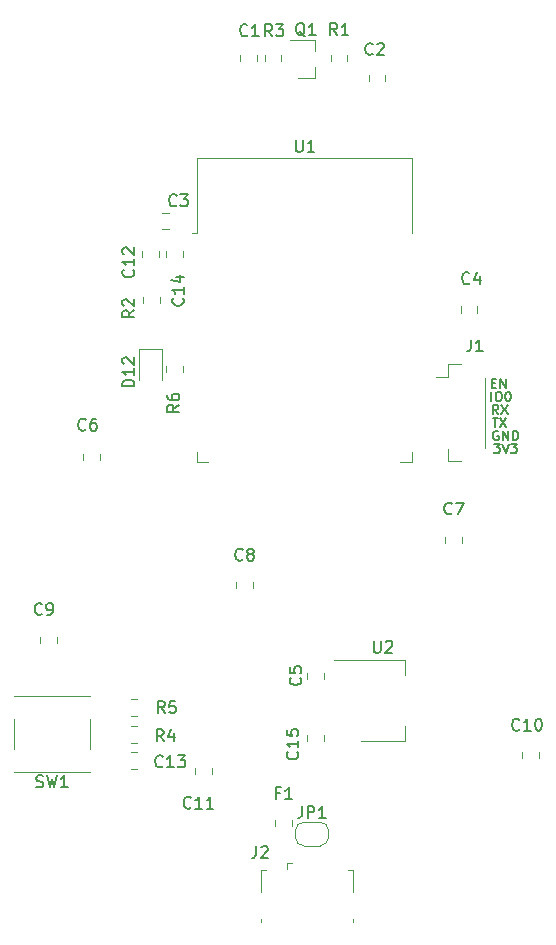
<source format=gbr>
G04 #@! TF.GenerationSoftware,KiCad,Pcbnew,(5.1.5)-3*
G04 #@! TF.CreationDate,2020-12-18T10:23:58+02:00*
G04 #@! TF.ProjectId,voltlog christmas tree,766f6c74-6c6f-4672-9063-68726973746d,rev?*
G04 #@! TF.SameCoordinates,Original*
G04 #@! TF.FileFunction,Legend,Top*
G04 #@! TF.FilePolarity,Positive*
%FSLAX46Y46*%
G04 Gerber Fmt 4.6, Leading zero omitted, Abs format (unit mm)*
G04 Created by KiCad (PCBNEW (5.1.5)-3) date 2020-12-18 10:23:59*
%MOMM*%
%LPD*%
G04 APERTURE LIST*
%ADD10C,0.150000*%
%ADD11C,0.120000*%
G04 APERTURE END LIST*
D10*
X154809523Y-100861904D02*
X155304761Y-100861904D01*
X155038095Y-101166666D01*
X155152380Y-101166666D01*
X155228571Y-101204761D01*
X155266666Y-101242857D01*
X155304761Y-101319047D01*
X155304761Y-101509523D01*
X155266666Y-101585714D01*
X155228571Y-101623809D01*
X155152380Y-101661904D01*
X154923809Y-101661904D01*
X154847619Y-101623809D01*
X154809523Y-101585714D01*
X155533333Y-100861904D02*
X155800000Y-101661904D01*
X156066666Y-100861904D01*
X156257142Y-100861904D02*
X156752380Y-100861904D01*
X156485714Y-101166666D01*
X156600000Y-101166666D01*
X156676190Y-101204761D01*
X156714285Y-101242857D01*
X156752380Y-101319047D01*
X156752380Y-101509523D01*
X156714285Y-101585714D01*
X156676190Y-101623809D01*
X156600000Y-101661904D01*
X156371428Y-101661904D01*
X156295238Y-101623809D01*
X156257142Y-101585714D01*
X155190476Y-99800000D02*
X155114285Y-99761904D01*
X155000000Y-99761904D01*
X154885714Y-99800000D01*
X154809523Y-99876190D01*
X154771428Y-99952380D01*
X154733333Y-100104761D01*
X154733333Y-100219047D01*
X154771428Y-100371428D01*
X154809523Y-100447619D01*
X154885714Y-100523809D01*
X155000000Y-100561904D01*
X155076190Y-100561904D01*
X155190476Y-100523809D01*
X155228571Y-100485714D01*
X155228571Y-100219047D01*
X155076190Y-100219047D01*
X155571428Y-100561904D02*
X155571428Y-99761904D01*
X156028571Y-100561904D01*
X156028571Y-99761904D01*
X156409523Y-100561904D02*
X156409523Y-99761904D01*
X156600000Y-99761904D01*
X156714285Y-99800000D01*
X156790476Y-99876190D01*
X156828571Y-99952380D01*
X156866666Y-100104761D01*
X156866666Y-100219047D01*
X156828571Y-100371428D01*
X156790476Y-100447619D01*
X156714285Y-100523809D01*
X156600000Y-100561904D01*
X156409523Y-100561904D01*
X154690476Y-98661904D02*
X155147619Y-98661904D01*
X154919047Y-99461904D02*
X154919047Y-98661904D01*
X155338095Y-98661904D02*
X155871428Y-99461904D01*
X155871428Y-98661904D02*
X155338095Y-99461904D01*
X155166666Y-98361904D02*
X154900000Y-97980952D01*
X154709523Y-98361904D02*
X154709523Y-97561904D01*
X155014285Y-97561904D01*
X155090476Y-97600000D01*
X155128571Y-97638095D01*
X155166666Y-97714285D01*
X155166666Y-97828571D01*
X155128571Y-97904761D01*
X155090476Y-97942857D01*
X155014285Y-97980952D01*
X154709523Y-97980952D01*
X155433333Y-97561904D02*
X155966666Y-98361904D01*
X155966666Y-97561904D02*
X155433333Y-98361904D01*
X154600000Y-97261904D02*
X154600000Y-96461904D01*
X155133333Y-96461904D02*
X155285714Y-96461904D01*
X155361904Y-96500000D01*
X155438095Y-96576190D01*
X155476190Y-96728571D01*
X155476190Y-96995238D01*
X155438095Y-97147619D01*
X155361904Y-97223809D01*
X155285714Y-97261904D01*
X155133333Y-97261904D01*
X155057142Y-97223809D01*
X154980952Y-97147619D01*
X154942857Y-96995238D01*
X154942857Y-96728571D01*
X154980952Y-96576190D01*
X155057142Y-96500000D01*
X155133333Y-96461904D01*
X155971428Y-96461904D02*
X156047619Y-96461904D01*
X156123809Y-96500000D01*
X156161904Y-96538095D01*
X156200000Y-96614285D01*
X156238095Y-96766666D01*
X156238095Y-96957142D01*
X156200000Y-97109523D01*
X156161904Y-97185714D01*
X156123809Y-97223809D01*
X156047619Y-97261904D01*
X155971428Y-97261904D01*
X155895238Y-97223809D01*
X155857142Y-97185714D01*
X155819047Y-97109523D01*
X155780952Y-96957142D01*
X155780952Y-96766666D01*
X155819047Y-96614285D01*
X155857142Y-96538095D01*
X155895238Y-96500000D01*
X155971428Y-96461904D01*
X154609523Y-95742857D02*
X154876190Y-95742857D01*
X154990476Y-96161904D02*
X154609523Y-96161904D01*
X154609523Y-95361904D01*
X154990476Y-95361904D01*
X155333333Y-96161904D02*
X155333333Y-95361904D01*
X155790476Y-96161904D01*
X155790476Y-95361904D01*
D11*
X140410000Y-120758578D02*
X140410000Y-120241422D01*
X138990000Y-120758578D02*
X138990000Y-120241422D01*
X154010000Y-95310000D02*
X154010000Y-101190000D01*
X150890000Y-102360000D02*
X150890000Y-101310000D01*
X152040000Y-102360000D02*
X150890000Y-102360000D01*
X150890000Y-95190000D02*
X149900000Y-95190000D01*
X150890000Y-94140000D02*
X150890000Y-95190000D01*
X152040000Y-94140000D02*
X150890000Y-94140000D01*
X137300000Y-136387500D02*
X137300000Y-136837500D01*
X137300000Y-136387500D02*
X137750000Y-136387500D01*
X142900000Y-136937500D02*
X142450000Y-136937500D01*
X142900000Y-138787500D02*
X142900000Y-136937500D01*
X135100000Y-141337500D02*
X135100000Y-141087500D01*
X142900000Y-141337500D02*
X142900000Y-141087500D01*
X135100000Y-138787500D02*
X135100000Y-136937500D01*
X135100000Y-136937500D02*
X135550000Y-136937500D01*
X141300000Y-119190000D02*
X147310000Y-119190000D01*
X143550000Y-126010000D02*
X147310000Y-126010000D01*
X147310000Y-119190000D02*
X147310000Y-120450000D01*
X147310000Y-126010000D02*
X147310000Y-124750000D01*
X129630000Y-83055000D02*
X129250000Y-83055000D01*
X129630000Y-76635000D02*
X129630000Y-83055000D01*
X147870000Y-76635000D02*
X147870000Y-83055000D01*
X129630000Y-76635000D02*
X147870000Y-76635000D01*
X147870000Y-102380000D02*
X146870000Y-102380000D01*
X147870000Y-101600000D02*
X147870000Y-102380000D01*
X129630000Y-102380000D02*
X130630000Y-102380000D01*
X129630000Y-101600000D02*
X129630000Y-102380000D01*
X120630000Y-122220000D02*
X114170000Y-122220000D01*
X120630000Y-126750000D02*
X120630000Y-124150000D01*
X120630000Y-128680000D02*
X114170000Y-128680000D01*
X114170000Y-126750000D02*
X114170000Y-124150000D01*
X120630000Y-128650000D02*
X120630000Y-128680000D01*
X120630000Y-122220000D02*
X120630000Y-122250000D01*
X114170000Y-122220000D02*
X114170000Y-122250000D01*
X114170000Y-128680000D02*
X114170000Y-128650000D01*
X127040000Y-94241422D02*
X127040000Y-94758578D01*
X128460000Y-94241422D02*
X128460000Y-94758578D01*
X124041422Y-126210000D02*
X124558578Y-126210000D01*
X124041422Y-124790000D02*
X124558578Y-124790000D01*
X124558578Y-122490000D02*
X124041422Y-122490000D01*
X124558578Y-123910000D02*
X124041422Y-123910000D01*
X135390000Y-67941422D02*
X135390000Y-68458578D01*
X136810000Y-67941422D02*
X136810000Y-68458578D01*
X125090000Y-88441422D02*
X125090000Y-88958578D01*
X126510000Y-88441422D02*
X126510000Y-88958578D01*
X140990000Y-67941422D02*
X140990000Y-68458578D01*
X142410000Y-67941422D02*
X142410000Y-68458578D01*
X139660000Y-69880000D02*
X138200000Y-69880000D01*
X139660000Y-66720000D02*
X137500000Y-66720000D01*
X139660000Y-66720000D02*
X139660000Y-67650000D01*
X139660000Y-69880000D02*
X139660000Y-68950000D01*
X138700000Y-132900000D02*
X140100000Y-132900000D01*
X140800000Y-133600000D02*
X140800000Y-134200000D01*
X140100000Y-134900000D02*
X138700000Y-134900000D01*
X138000000Y-134200000D02*
X138000000Y-133600000D01*
X138000000Y-133600000D02*
G75*
G02X138700000Y-132900000I700000J0D01*
G01*
X138700000Y-134900000D02*
G75*
G02X138000000Y-134200000I0J700000D01*
G01*
X140800000Y-134200000D02*
G75*
G02X140100000Y-134900000I-700000J0D01*
G01*
X140100000Y-132900000D02*
G75*
G02X140800000Y-133600000I0J-700000D01*
G01*
X136290000Y-132741422D02*
X136290000Y-133258578D01*
X137710000Y-132741422D02*
X137710000Y-133258578D01*
X124790000Y-92815000D02*
X124790000Y-95500000D01*
X126710000Y-92815000D02*
X124790000Y-92815000D01*
X126710000Y-95500000D02*
X126710000Y-92815000D01*
X138990000Y-125541422D02*
X138990000Y-126058578D01*
X140410000Y-125541422D02*
X140410000Y-126058578D01*
X128460000Y-85058578D02*
X128460000Y-84541422D01*
X127040000Y-85058578D02*
X127040000Y-84541422D01*
X124558578Y-126990000D02*
X124041422Y-126990000D01*
X124558578Y-128410000D02*
X124041422Y-128410000D01*
X126460000Y-85058578D02*
X126460000Y-84541422D01*
X125040000Y-85058578D02*
X125040000Y-84541422D01*
X129490000Y-128341422D02*
X129490000Y-128858578D01*
X130910000Y-128341422D02*
X130910000Y-128858578D01*
X157190000Y-126941422D02*
X157190000Y-127458578D01*
X158610000Y-126941422D02*
X158610000Y-127458578D01*
X116390000Y-117241422D02*
X116390000Y-117758578D01*
X117810000Y-117241422D02*
X117810000Y-117758578D01*
X132990000Y-112541422D02*
X132990000Y-113058578D01*
X134410000Y-112541422D02*
X134410000Y-113058578D01*
X150690000Y-108741422D02*
X150690000Y-109258578D01*
X152110000Y-108741422D02*
X152110000Y-109258578D01*
X120040000Y-101741422D02*
X120040000Y-102258578D01*
X121460000Y-101741422D02*
X121460000Y-102258578D01*
X151990000Y-89241422D02*
X151990000Y-89758578D01*
X153410000Y-89241422D02*
X153410000Y-89758578D01*
X127258578Y-81290000D02*
X126741422Y-81290000D01*
X127258578Y-82710000D02*
X126741422Y-82710000D01*
X145610000Y-70158578D02*
X145610000Y-69641422D01*
X144190000Y-70158578D02*
X144190000Y-69641422D01*
X133290000Y-67941422D02*
X133290000Y-68458578D01*
X134710000Y-67941422D02*
X134710000Y-68458578D01*
D10*
X138407142Y-120666666D02*
X138454761Y-120714285D01*
X138502380Y-120857142D01*
X138502380Y-120952380D01*
X138454761Y-121095238D01*
X138359523Y-121190476D01*
X138264285Y-121238095D01*
X138073809Y-121285714D01*
X137930952Y-121285714D01*
X137740476Y-121238095D01*
X137645238Y-121190476D01*
X137550000Y-121095238D01*
X137502380Y-120952380D01*
X137502380Y-120857142D01*
X137550000Y-120714285D01*
X137597619Y-120666666D01*
X137502380Y-119761904D02*
X137502380Y-120238095D01*
X137978571Y-120285714D01*
X137930952Y-120238095D01*
X137883333Y-120142857D01*
X137883333Y-119904761D01*
X137930952Y-119809523D01*
X137978571Y-119761904D01*
X138073809Y-119714285D01*
X138311904Y-119714285D01*
X138407142Y-119761904D01*
X138454761Y-119809523D01*
X138502380Y-119904761D01*
X138502380Y-120142857D01*
X138454761Y-120238095D01*
X138407142Y-120285714D01*
X152866666Y-92052380D02*
X152866666Y-92766666D01*
X152819047Y-92909523D01*
X152723809Y-93004761D01*
X152580952Y-93052380D01*
X152485714Y-93052380D01*
X153866666Y-93052380D02*
X153295238Y-93052380D01*
X153580952Y-93052380D02*
X153580952Y-92052380D01*
X153485714Y-92195238D01*
X153390476Y-92290476D01*
X153295238Y-92338095D01*
X134666666Y-134952380D02*
X134666666Y-135666666D01*
X134619047Y-135809523D01*
X134523809Y-135904761D01*
X134380952Y-135952380D01*
X134285714Y-135952380D01*
X135095238Y-135047619D02*
X135142857Y-135000000D01*
X135238095Y-134952380D01*
X135476190Y-134952380D01*
X135571428Y-135000000D01*
X135619047Y-135047619D01*
X135666666Y-135142857D01*
X135666666Y-135238095D01*
X135619047Y-135380952D01*
X135047619Y-135952380D01*
X135666666Y-135952380D01*
X144638095Y-117552380D02*
X144638095Y-118361904D01*
X144685714Y-118457142D01*
X144733333Y-118504761D01*
X144828571Y-118552380D01*
X145019047Y-118552380D01*
X145114285Y-118504761D01*
X145161904Y-118457142D01*
X145209523Y-118361904D01*
X145209523Y-117552380D01*
X145638095Y-117647619D02*
X145685714Y-117600000D01*
X145780952Y-117552380D01*
X146019047Y-117552380D01*
X146114285Y-117600000D01*
X146161904Y-117647619D01*
X146209523Y-117742857D01*
X146209523Y-117838095D01*
X146161904Y-117980952D01*
X145590476Y-118552380D01*
X146209523Y-118552380D01*
X138038095Y-75152380D02*
X138038095Y-75961904D01*
X138085714Y-76057142D01*
X138133333Y-76104761D01*
X138228571Y-76152380D01*
X138419047Y-76152380D01*
X138514285Y-76104761D01*
X138561904Y-76057142D01*
X138609523Y-75961904D01*
X138609523Y-75152380D01*
X139609523Y-76152380D02*
X139038095Y-76152380D01*
X139323809Y-76152380D02*
X139323809Y-75152380D01*
X139228571Y-75295238D01*
X139133333Y-75390476D01*
X139038095Y-75438095D01*
X116066666Y-129904761D02*
X116209523Y-129952380D01*
X116447619Y-129952380D01*
X116542857Y-129904761D01*
X116590476Y-129857142D01*
X116638095Y-129761904D01*
X116638095Y-129666666D01*
X116590476Y-129571428D01*
X116542857Y-129523809D01*
X116447619Y-129476190D01*
X116257142Y-129428571D01*
X116161904Y-129380952D01*
X116114285Y-129333333D01*
X116066666Y-129238095D01*
X116066666Y-129142857D01*
X116114285Y-129047619D01*
X116161904Y-129000000D01*
X116257142Y-128952380D01*
X116495238Y-128952380D01*
X116638095Y-129000000D01*
X116971428Y-128952380D02*
X117209523Y-129952380D01*
X117400000Y-129238095D01*
X117590476Y-129952380D01*
X117828571Y-128952380D01*
X118733333Y-129952380D02*
X118161904Y-129952380D01*
X118447619Y-129952380D02*
X118447619Y-128952380D01*
X118352380Y-129095238D01*
X118257142Y-129190476D01*
X118161904Y-129238095D01*
X128152380Y-97566666D02*
X127676190Y-97900000D01*
X128152380Y-98138095D02*
X127152380Y-98138095D01*
X127152380Y-97757142D01*
X127200000Y-97661904D01*
X127247619Y-97614285D01*
X127342857Y-97566666D01*
X127485714Y-97566666D01*
X127580952Y-97614285D01*
X127628571Y-97661904D01*
X127676190Y-97757142D01*
X127676190Y-98138095D01*
X127152380Y-96709523D02*
X127152380Y-96900000D01*
X127200000Y-96995238D01*
X127247619Y-97042857D01*
X127390476Y-97138095D01*
X127580952Y-97185714D01*
X127961904Y-97185714D01*
X128057142Y-97138095D01*
X128104761Y-97090476D01*
X128152380Y-96995238D01*
X128152380Y-96804761D01*
X128104761Y-96709523D01*
X128057142Y-96661904D01*
X127961904Y-96614285D01*
X127723809Y-96614285D01*
X127628571Y-96661904D01*
X127580952Y-96709523D01*
X127533333Y-96804761D01*
X127533333Y-96995238D01*
X127580952Y-97090476D01*
X127628571Y-97138095D01*
X127723809Y-97185714D01*
X126933333Y-123652380D02*
X126600000Y-123176190D01*
X126361904Y-123652380D02*
X126361904Y-122652380D01*
X126742857Y-122652380D01*
X126838095Y-122700000D01*
X126885714Y-122747619D01*
X126933333Y-122842857D01*
X126933333Y-122985714D01*
X126885714Y-123080952D01*
X126838095Y-123128571D01*
X126742857Y-123176190D01*
X126361904Y-123176190D01*
X127838095Y-122652380D02*
X127361904Y-122652380D01*
X127314285Y-123128571D01*
X127361904Y-123080952D01*
X127457142Y-123033333D01*
X127695238Y-123033333D01*
X127790476Y-123080952D01*
X127838095Y-123128571D01*
X127885714Y-123223809D01*
X127885714Y-123461904D01*
X127838095Y-123557142D01*
X127790476Y-123604761D01*
X127695238Y-123652380D01*
X127457142Y-123652380D01*
X127361904Y-123604761D01*
X127314285Y-123557142D01*
X126833333Y-126052380D02*
X126500000Y-125576190D01*
X126261904Y-126052380D02*
X126261904Y-125052380D01*
X126642857Y-125052380D01*
X126738095Y-125100000D01*
X126785714Y-125147619D01*
X126833333Y-125242857D01*
X126833333Y-125385714D01*
X126785714Y-125480952D01*
X126738095Y-125528571D01*
X126642857Y-125576190D01*
X126261904Y-125576190D01*
X127690476Y-125385714D02*
X127690476Y-126052380D01*
X127452380Y-125004761D02*
X127214285Y-125719047D01*
X127833333Y-125719047D01*
X136033333Y-66352380D02*
X135700000Y-65876190D01*
X135461904Y-66352380D02*
X135461904Y-65352380D01*
X135842857Y-65352380D01*
X135938095Y-65400000D01*
X135985714Y-65447619D01*
X136033333Y-65542857D01*
X136033333Y-65685714D01*
X135985714Y-65780952D01*
X135938095Y-65828571D01*
X135842857Y-65876190D01*
X135461904Y-65876190D01*
X136366666Y-65352380D02*
X136985714Y-65352380D01*
X136652380Y-65733333D01*
X136795238Y-65733333D01*
X136890476Y-65780952D01*
X136938095Y-65828571D01*
X136985714Y-65923809D01*
X136985714Y-66161904D01*
X136938095Y-66257142D01*
X136890476Y-66304761D01*
X136795238Y-66352380D01*
X136509523Y-66352380D01*
X136414285Y-66304761D01*
X136366666Y-66257142D01*
X124352380Y-89566666D02*
X123876190Y-89900000D01*
X124352380Y-90138095D02*
X123352380Y-90138095D01*
X123352380Y-89757142D01*
X123400000Y-89661904D01*
X123447619Y-89614285D01*
X123542857Y-89566666D01*
X123685714Y-89566666D01*
X123780952Y-89614285D01*
X123828571Y-89661904D01*
X123876190Y-89757142D01*
X123876190Y-90138095D01*
X123447619Y-89185714D02*
X123400000Y-89138095D01*
X123352380Y-89042857D01*
X123352380Y-88804761D01*
X123400000Y-88709523D01*
X123447619Y-88661904D01*
X123542857Y-88614285D01*
X123638095Y-88614285D01*
X123780952Y-88661904D01*
X124352380Y-89233333D01*
X124352380Y-88614285D01*
X141533333Y-66252380D02*
X141200000Y-65776190D01*
X140961904Y-66252380D02*
X140961904Y-65252380D01*
X141342857Y-65252380D01*
X141438095Y-65300000D01*
X141485714Y-65347619D01*
X141533333Y-65442857D01*
X141533333Y-65585714D01*
X141485714Y-65680952D01*
X141438095Y-65728571D01*
X141342857Y-65776190D01*
X140961904Y-65776190D01*
X142485714Y-66252380D02*
X141914285Y-66252380D01*
X142200000Y-66252380D02*
X142200000Y-65252380D01*
X142104761Y-65395238D01*
X142009523Y-65490476D01*
X141914285Y-65538095D01*
X138804761Y-66347619D02*
X138709523Y-66300000D01*
X138614285Y-66204761D01*
X138471428Y-66061904D01*
X138376190Y-66014285D01*
X138280952Y-66014285D01*
X138328571Y-66252380D02*
X138233333Y-66204761D01*
X138138095Y-66109523D01*
X138090476Y-65919047D01*
X138090476Y-65585714D01*
X138138095Y-65395238D01*
X138233333Y-65300000D01*
X138328571Y-65252380D01*
X138519047Y-65252380D01*
X138614285Y-65300000D01*
X138709523Y-65395238D01*
X138757142Y-65585714D01*
X138757142Y-65919047D01*
X138709523Y-66109523D01*
X138614285Y-66204761D01*
X138519047Y-66252380D01*
X138328571Y-66252380D01*
X139709523Y-66252380D02*
X139138095Y-66252380D01*
X139423809Y-66252380D02*
X139423809Y-65252380D01*
X139328571Y-65395238D01*
X139233333Y-65490476D01*
X139138095Y-65538095D01*
X138566666Y-131552380D02*
X138566666Y-132266666D01*
X138519047Y-132409523D01*
X138423809Y-132504761D01*
X138280952Y-132552380D01*
X138185714Y-132552380D01*
X139042857Y-132552380D02*
X139042857Y-131552380D01*
X139423809Y-131552380D01*
X139519047Y-131600000D01*
X139566666Y-131647619D01*
X139614285Y-131742857D01*
X139614285Y-131885714D01*
X139566666Y-131980952D01*
X139519047Y-132028571D01*
X139423809Y-132076190D01*
X139042857Y-132076190D01*
X140566666Y-132552380D02*
X139995238Y-132552380D01*
X140280952Y-132552380D02*
X140280952Y-131552380D01*
X140185714Y-131695238D01*
X140090476Y-131790476D01*
X139995238Y-131838095D01*
X136666666Y-130428571D02*
X136333333Y-130428571D01*
X136333333Y-130952380D02*
X136333333Y-129952380D01*
X136809523Y-129952380D01*
X137714285Y-130952380D02*
X137142857Y-130952380D01*
X137428571Y-130952380D02*
X137428571Y-129952380D01*
X137333333Y-130095238D01*
X137238095Y-130190476D01*
X137142857Y-130238095D01*
X124352380Y-96014285D02*
X123352380Y-96014285D01*
X123352380Y-95776190D01*
X123400000Y-95633333D01*
X123495238Y-95538095D01*
X123590476Y-95490476D01*
X123780952Y-95442857D01*
X123923809Y-95442857D01*
X124114285Y-95490476D01*
X124209523Y-95538095D01*
X124304761Y-95633333D01*
X124352380Y-95776190D01*
X124352380Y-96014285D01*
X124352380Y-94490476D02*
X124352380Y-95061904D01*
X124352380Y-94776190D02*
X123352380Y-94776190D01*
X123495238Y-94871428D01*
X123590476Y-94966666D01*
X123638095Y-95061904D01*
X123447619Y-94109523D02*
X123400000Y-94061904D01*
X123352380Y-93966666D01*
X123352380Y-93728571D01*
X123400000Y-93633333D01*
X123447619Y-93585714D01*
X123542857Y-93538095D01*
X123638095Y-93538095D01*
X123780952Y-93585714D01*
X124352380Y-94157142D01*
X124352380Y-93538095D01*
X138157142Y-126942857D02*
X138204761Y-126990476D01*
X138252380Y-127133333D01*
X138252380Y-127228571D01*
X138204761Y-127371428D01*
X138109523Y-127466666D01*
X138014285Y-127514285D01*
X137823809Y-127561904D01*
X137680952Y-127561904D01*
X137490476Y-127514285D01*
X137395238Y-127466666D01*
X137300000Y-127371428D01*
X137252380Y-127228571D01*
X137252380Y-127133333D01*
X137300000Y-126990476D01*
X137347619Y-126942857D01*
X138252380Y-125990476D02*
X138252380Y-126561904D01*
X138252380Y-126276190D02*
X137252380Y-126276190D01*
X137395238Y-126371428D01*
X137490476Y-126466666D01*
X137538095Y-126561904D01*
X137252380Y-125085714D02*
X137252380Y-125561904D01*
X137728571Y-125609523D01*
X137680952Y-125561904D01*
X137633333Y-125466666D01*
X137633333Y-125228571D01*
X137680952Y-125133333D01*
X137728571Y-125085714D01*
X137823809Y-125038095D01*
X138061904Y-125038095D01*
X138157142Y-125085714D01*
X138204761Y-125133333D01*
X138252380Y-125228571D01*
X138252380Y-125466666D01*
X138204761Y-125561904D01*
X138157142Y-125609523D01*
X128457142Y-88542857D02*
X128504761Y-88590476D01*
X128552380Y-88733333D01*
X128552380Y-88828571D01*
X128504761Y-88971428D01*
X128409523Y-89066666D01*
X128314285Y-89114285D01*
X128123809Y-89161904D01*
X127980952Y-89161904D01*
X127790476Y-89114285D01*
X127695238Y-89066666D01*
X127600000Y-88971428D01*
X127552380Y-88828571D01*
X127552380Y-88733333D01*
X127600000Y-88590476D01*
X127647619Y-88542857D01*
X128552380Y-87590476D02*
X128552380Y-88161904D01*
X128552380Y-87876190D02*
X127552380Y-87876190D01*
X127695238Y-87971428D01*
X127790476Y-88066666D01*
X127838095Y-88161904D01*
X127885714Y-86733333D02*
X128552380Y-86733333D01*
X127504761Y-86971428D02*
X128219047Y-87209523D01*
X128219047Y-86590476D01*
X126757142Y-128157142D02*
X126709523Y-128204761D01*
X126566666Y-128252380D01*
X126471428Y-128252380D01*
X126328571Y-128204761D01*
X126233333Y-128109523D01*
X126185714Y-128014285D01*
X126138095Y-127823809D01*
X126138095Y-127680952D01*
X126185714Y-127490476D01*
X126233333Y-127395238D01*
X126328571Y-127300000D01*
X126471428Y-127252380D01*
X126566666Y-127252380D01*
X126709523Y-127300000D01*
X126757142Y-127347619D01*
X127709523Y-128252380D02*
X127138095Y-128252380D01*
X127423809Y-128252380D02*
X127423809Y-127252380D01*
X127328571Y-127395238D01*
X127233333Y-127490476D01*
X127138095Y-127538095D01*
X128042857Y-127252380D02*
X128661904Y-127252380D01*
X128328571Y-127633333D01*
X128471428Y-127633333D01*
X128566666Y-127680952D01*
X128614285Y-127728571D01*
X128661904Y-127823809D01*
X128661904Y-128061904D01*
X128614285Y-128157142D01*
X128566666Y-128204761D01*
X128471428Y-128252380D01*
X128185714Y-128252380D01*
X128090476Y-128204761D01*
X128042857Y-128157142D01*
X124257142Y-86142857D02*
X124304761Y-86190476D01*
X124352380Y-86333333D01*
X124352380Y-86428571D01*
X124304761Y-86571428D01*
X124209523Y-86666666D01*
X124114285Y-86714285D01*
X123923809Y-86761904D01*
X123780952Y-86761904D01*
X123590476Y-86714285D01*
X123495238Y-86666666D01*
X123400000Y-86571428D01*
X123352380Y-86428571D01*
X123352380Y-86333333D01*
X123400000Y-86190476D01*
X123447619Y-86142857D01*
X124352380Y-85190476D02*
X124352380Y-85761904D01*
X124352380Y-85476190D02*
X123352380Y-85476190D01*
X123495238Y-85571428D01*
X123590476Y-85666666D01*
X123638095Y-85761904D01*
X123447619Y-84809523D02*
X123400000Y-84761904D01*
X123352380Y-84666666D01*
X123352380Y-84428571D01*
X123400000Y-84333333D01*
X123447619Y-84285714D01*
X123542857Y-84238095D01*
X123638095Y-84238095D01*
X123780952Y-84285714D01*
X124352380Y-84857142D01*
X124352380Y-84238095D01*
X129157142Y-131657142D02*
X129109523Y-131704761D01*
X128966666Y-131752380D01*
X128871428Y-131752380D01*
X128728571Y-131704761D01*
X128633333Y-131609523D01*
X128585714Y-131514285D01*
X128538095Y-131323809D01*
X128538095Y-131180952D01*
X128585714Y-130990476D01*
X128633333Y-130895238D01*
X128728571Y-130800000D01*
X128871428Y-130752380D01*
X128966666Y-130752380D01*
X129109523Y-130800000D01*
X129157142Y-130847619D01*
X130109523Y-131752380D02*
X129538095Y-131752380D01*
X129823809Y-131752380D02*
X129823809Y-130752380D01*
X129728571Y-130895238D01*
X129633333Y-130990476D01*
X129538095Y-131038095D01*
X131061904Y-131752380D02*
X130490476Y-131752380D01*
X130776190Y-131752380D02*
X130776190Y-130752380D01*
X130680952Y-130895238D01*
X130585714Y-130990476D01*
X130490476Y-131038095D01*
X156957142Y-125057142D02*
X156909523Y-125104761D01*
X156766666Y-125152380D01*
X156671428Y-125152380D01*
X156528571Y-125104761D01*
X156433333Y-125009523D01*
X156385714Y-124914285D01*
X156338095Y-124723809D01*
X156338095Y-124580952D01*
X156385714Y-124390476D01*
X156433333Y-124295238D01*
X156528571Y-124200000D01*
X156671428Y-124152380D01*
X156766666Y-124152380D01*
X156909523Y-124200000D01*
X156957142Y-124247619D01*
X157909523Y-125152380D02*
X157338095Y-125152380D01*
X157623809Y-125152380D02*
X157623809Y-124152380D01*
X157528571Y-124295238D01*
X157433333Y-124390476D01*
X157338095Y-124438095D01*
X158528571Y-124152380D02*
X158623809Y-124152380D01*
X158719047Y-124200000D01*
X158766666Y-124247619D01*
X158814285Y-124342857D01*
X158861904Y-124533333D01*
X158861904Y-124771428D01*
X158814285Y-124961904D01*
X158766666Y-125057142D01*
X158719047Y-125104761D01*
X158623809Y-125152380D01*
X158528571Y-125152380D01*
X158433333Y-125104761D01*
X158385714Y-125057142D01*
X158338095Y-124961904D01*
X158290476Y-124771428D01*
X158290476Y-124533333D01*
X158338095Y-124342857D01*
X158385714Y-124247619D01*
X158433333Y-124200000D01*
X158528571Y-124152380D01*
X116533333Y-115257142D02*
X116485714Y-115304761D01*
X116342857Y-115352380D01*
X116247619Y-115352380D01*
X116104761Y-115304761D01*
X116009523Y-115209523D01*
X115961904Y-115114285D01*
X115914285Y-114923809D01*
X115914285Y-114780952D01*
X115961904Y-114590476D01*
X116009523Y-114495238D01*
X116104761Y-114400000D01*
X116247619Y-114352380D01*
X116342857Y-114352380D01*
X116485714Y-114400000D01*
X116533333Y-114447619D01*
X117009523Y-115352380D02*
X117200000Y-115352380D01*
X117295238Y-115304761D01*
X117342857Y-115257142D01*
X117438095Y-115114285D01*
X117485714Y-114923809D01*
X117485714Y-114542857D01*
X117438095Y-114447619D01*
X117390476Y-114400000D01*
X117295238Y-114352380D01*
X117104761Y-114352380D01*
X117009523Y-114400000D01*
X116961904Y-114447619D01*
X116914285Y-114542857D01*
X116914285Y-114780952D01*
X116961904Y-114876190D01*
X117009523Y-114923809D01*
X117104761Y-114971428D01*
X117295238Y-114971428D01*
X117390476Y-114923809D01*
X117438095Y-114876190D01*
X117485714Y-114780952D01*
X133533333Y-110657142D02*
X133485714Y-110704761D01*
X133342857Y-110752380D01*
X133247619Y-110752380D01*
X133104761Y-110704761D01*
X133009523Y-110609523D01*
X132961904Y-110514285D01*
X132914285Y-110323809D01*
X132914285Y-110180952D01*
X132961904Y-109990476D01*
X133009523Y-109895238D01*
X133104761Y-109800000D01*
X133247619Y-109752380D01*
X133342857Y-109752380D01*
X133485714Y-109800000D01*
X133533333Y-109847619D01*
X134104761Y-110180952D02*
X134009523Y-110133333D01*
X133961904Y-110085714D01*
X133914285Y-109990476D01*
X133914285Y-109942857D01*
X133961904Y-109847619D01*
X134009523Y-109800000D01*
X134104761Y-109752380D01*
X134295238Y-109752380D01*
X134390476Y-109800000D01*
X134438095Y-109847619D01*
X134485714Y-109942857D01*
X134485714Y-109990476D01*
X134438095Y-110085714D01*
X134390476Y-110133333D01*
X134295238Y-110180952D01*
X134104761Y-110180952D01*
X134009523Y-110228571D01*
X133961904Y-110276190D01*
X133914285Y-110371428D01*
X133914285Y-110561904D01*
X133961904Y-110657142D01*
X134009523Y-110704761D01*
X134104761Y-110752380D01*
X134295238Y-110752380D01*
X134390476Y-110704761D01*
X134438095Y-110657142D01*
X134485714Y-110561904D01*
X134485714Y-110371428D01*
X134438095Y-110276190D01*
X134390476Y-110228571D01*
X134295238Y-110180952D01*
X151233333Y-106757142D02*
X151185714Y-106804761D01*
X151042857Y-106852380D01*
X150947619Y-106852380D01*
X150804761Y-106804761D01*
X150709523Y-106709523D01*
X150661904Y-106614285D01*
X150614285Y-106423809D01*
X150614285Y-106280952D01*
X150661904Y-106090476D01*
X150709523Y-105995238D01*
X150804761Y-105900000D01*
X150947619Y-105852380D01*
X151042857Y-105852380D01*
X151185714Y-105900000D01*
X151233333Y-105947619D01*
X151566666Y-105852380D02*
X152233333Y-105852380D01*
X151804761Y-106852380D01*
X120233333Y-99657142D02*
X120185714Y-99704761D01*
X120042857Y-99752380D01*
X119947619Y-99752380D01*
X119804761Y-99704761D01*
X119709523Y-99609523D01*
X119661904Y-99514285D01*
X119614285Y-99323809D01*
X119614285Y-99180952D01*
X119661904Y-98990476D01*
X119709523Y-98895238D01*
X119804761Y-98800000D01*
X119947619Y-98752380D01*
X120042857Y-98752380D01*
X120185714Y-98800000D01*
X120233333Y-98847619D01*
X121090476Y-98752380D02*
X120900000Y-98752380D01*
X120804761Y-98800000D01*
X120757142Y-98847619D01*
X120661904Y-98990476D01*
X120614285Y-99180952D01*
X120614285Y-99561904D01*
X120661904Y-99657142D01*
X120709523Y-99704761D01*
X120804761Y-99752380D01*
X120995238Y-99752380D01*
X121090476Y-99704761D01*
X121138095Y-99657142D01*
X121185714Y-99561904D01*
X121185714Y-99323809D01*
X121138095Y-99228571D01*
X121090476Y-99180952D01*
X120995238Y-99133333D01*
X120804761Y-99133333D01*
X120709523Y-99180952D01*
X120661904Y-99228571D01*
X120614285Y-99323809D01*
X152733333Y-87257142D02*
X152685714Y-87304761D01*
X152542857Y-87352380D01*
X152447619Y-87352380D01*
X152304761Y-87304761D01*
X152209523Y-87209523D01*
X152161904Y-87114285D01*
X152114285Y-86923809D01*
X152114285Y-86780952D01*
X152161904Y-86590476D01*
X152209523Y-86495238D01*
X152304761Y-86400000D01*
X152447619Y-86352380D01*
X152542857Y-86352380D01*
X152685714Y-86400000D01*
X152733333Y-86447619D01*
X153590476Y-86685714D02*
X153590476Y-87352380D01*
X153352380Y-86304761D02*
X153114285Y-87019047D01*
X153733333Y-87019047D01*
X127933333Y-80657142D02*
X127885714Y-80704761D01*
X127742857Y-80752380D01*
X127647619Y-80752380D01*
X127504761Y-80704761D01*
X127409523Y-80609523D01*
X127361904Y-80514285D01*
X127314285Y-80323809D01*
X127314285Y-80180952D01*
X127361904Y-79990476D01*
X127409523Y-79895238D01*
X127504761Y-79800000D01*
X127647619Y-79752380D01*
X127742857Y-79752380D01*
X127885714Y-79800000D01*
X127933333Y-79847619D01*
X128266666Y-79752380D02*
X128885714Y-79752380D01*
X128552380Y-80133333D01*
X128695238Y-80133333D01*
X128790476Y-80180952D01*
X128838095Y-80228571D01*
X128885714Y-80323809D01*
X128885714Y-80561904D01*
X128838095Y-80657142D01*
X128790476Y-80704761D01*
X128695238Y-80752380D01*
X128409523Y-80752380D01*
X128314285Y-80704761D01*
X128266666Y-80657142D01*
X144533333Y-67857142D02*
X144485714Y-67904761D01*
X144342857Y-67952380D01*
X144247619Y-67952380D01*
X144104761Y-67904761D01*
X144009523Y-67809523D01*
X143961904Y-67714285D01*
X143914285Y-67523809D01*
X143914285Y-67380952D01*
X143961904Y-67190476D01*
X144009523Y-67095238D01*
X144104761Y-67000000D01*
X144247619Y-66952380D01*
X144342857Y-66952380D01*
X144485714Y-67000000D01*
X144533333Y-67047619D01*
X144914285Y-67047619D02*
X144961904Y-67000000D01*
X145057142Y-66952380D01*
X145295238Y-66952380D01*
X145390476Y-67000000D01*
X145438095Y-67047619D01*
X145485714Y-67142857D01*
X145485714Y-67238095D01*
X145438095Y-67380952D01*
X144866666Y-67952380D01*
X145485714Y-67952380D01*
X133933333Y-66257142D02*
X133885714Y-66304761D01*
X133742857Y-66352380D01*
X133647619Y-66352380D01*
X133504761Y-66304761D01*
X133409523Y-66209523D01*
X133361904Y-66114285D01*
X133314285Y-65923809D01*
X133314285Y-65780952D01*
X133361904Y-65590476D01*
X133409523Y-65495238D01*
X133504761Y-65400000D01*
X133647619Y-65352380D01*
X133742857Y-65352380D01*
X133885714Y-65400000D01*
X133933333Y-65447619D01*
X134885714Y-66352380D02*
X134314285Y-66352380D01*
X134600000Y-66352380D02*
X134600000Y-65352380D01*
X134504761Y-65495238D01*
X134409523Y-65590476D01*
X134314285Y-65638095D01*
M02*

</source>
